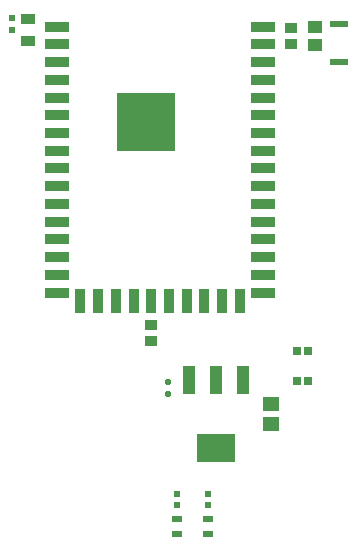
<source format=gtp>
G04 Layer_Color=7318015*
%FSAX24Y24*%
%MOIN*%
G70*
G01*
G75*
G04:AMPARAMS|DCode=10|XSize=19.7mil|YSize=19.7mil|CornerRadius=2mil|HoleSize=0mil|Usage=FLASHONLY|Rotation=90.000|XOffset=0mil|YOffset=0mil|HoleType=Round|Shape=RoundedRectangle|*
%AMROUNDEDRECTD10*
21,1,0.0197,0.0157,0,0,90.0*
21,1,0.0157,0.0197,0,0,90.0*
1,1,0.0039,0.0079,0.0079*
1,1,0.0039,0.0079,-0.0079*
1,1,0.0039,-0.0079,-0.0079*
1,1,0.0039,-0.0079,0.0079*
%
%ADD10ROUNDEDRECTD10*%
%ADD11R,0.0512X0.0394*%
%ADD12R,0.0787X0.0354*%
%ADD13R,0.0354X0.0787*%
%ADD14R,0.1969X0.1969*%
%ADD15R,0.0256X0.0276*%
%ADD16R,0.1299X0.0945*%
%ADD17R,0.0394X0.0945*%
%ADD18R,0.0217X0.0217*%
%ADD19R,0.0354X0.0197*%
%ADD20R,0.0220X0.0220*%
%ADD21R,0.0512X0.0354*%
%ADD22R,0.0591X0.0217*%
%ADD23R,0.0413X0.0354*%
%ADD24R,0.0551X0.0472*%
D10*
X029550Y034517D02*
D03*
Y034123D02*
D03*
D11*
X034450Y045755D02*
D03*
Y046345D02*
D03*
D12*
X032740Y046350D02*
D03*
X025850Y038673D02*
D03*
Y046350D02*
D03*
Y045759D02*
D03*
Y045169D02*
D03*
Y044578D02*
D03*
Y043988D02*
D03*
Y043397D02*
D03*
Y042807D02*
D03*
Y042216D02*
D03*
Y041626D02*
D03*
Y041035D02*
D03*
Y040444D02*
D03*
Y039854D02*
D03*
Y039263D02*
D03*
X032740Y037492D02*
D03*
Y038082D02*
D03*
Y038673D02*
D03*
Y039263D02*
D03*
Y039854D02*
D03*
Y040444D02*
D03*
Y041035D02*
D03*
Y041626D02*
D03*
Y042216D02*
D03*
Y042807D02*
D03*
Y043397D02*
D03*
Y043988D02*
D03*
X025850Y037492D02*
D03*
Y038082D02*
D03*
X032740Y044578D02*
D03*
Y045169D02*
D03*
Y045759D02*
D03*
D13*
X031362Y037196D02*
D03*
X031952D02*
D03*
X030181D02*
D03*
X029590D02*
D03*
X029000D02*
D03*
X028409D02*
D03*
X027819D02*
D03*
X027228D02*
D03*
X026637D02*
D03*
X030771D02*
D03*
D14*
X028827Y043181D02*
D03*
D15*
X034237Y035550D02*
D03*
X033863D02*
D03*
X034237Y034550D02*
D03*
X033863D02*
D03*
D16*
X031150Y032308D02*
D03*
D17*
X030244Y034592D02*
D03*
X031150D02*
D03*
X032056D02*
D03*
D18*
X030900Y030777D02*
D03*
Y030423D02*
D03*
X029850D02*
D03*
Y030777D02*
D03*
D19*
Y029444D02*
D03*
Y029956D02*
D03*
X030900Y029444D02*
D03*
Y029956D02*
D03*
D20*
X024350Y046650D02*
D03*
Y046250D02*
D03*
D21*
X024900Y045876D02*
D03*
Y046624D02*
D03*
D22*
X035250Y046440D02*
D03*
Y045160D02*
D03*
D23*
X033650Y045784D02*
D03*
Y046316D02*
D03*
X029000Y035884D02*
D03*
Y036416D02*
D03*
D24*
X033000Y033785D02*
D03*
Y033115D02*
D03*
M02*

</source>
